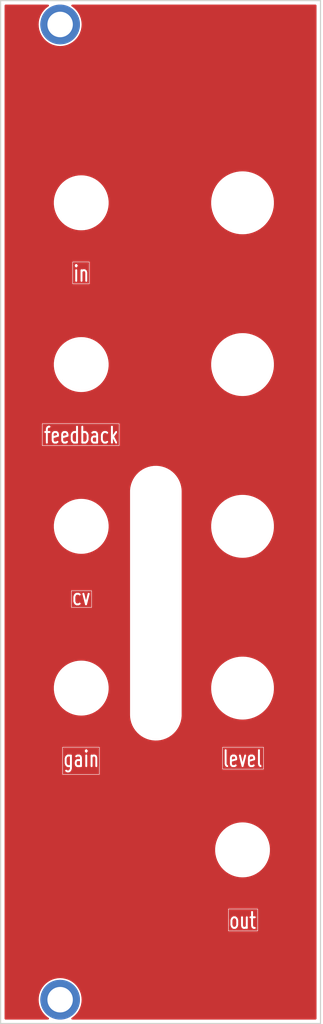
<source format=kicad_pcb>
(kicad_pcb (version 20221018) (generator pcbnew)
  (title_block (title "welle") (date "2023-06-20") (rev "R01") (comment 1 "PCB for panel") (comment 2 "Wavefolder designed by Jürgen Haible and Yves Usson") (comment 4 "License CC BY 4.0 - Attribution 4.0 International"))
  (layers (0 "F.Cu" signal) (31 "B.Cu" signal) (34 "B.Paste" user) (35 "F.Paste" user) (36 "B.SilkS" user "B.Silkscreen") (37 "F.SilkS" user "F.Silkscreen") (38 "B.Mask" user) (39 "F.Mask" user) (44 "Edge.Cuts" user))
  (net 0 "")
  (footprint "elektrophon:panel_potentiometer" (layer "F.Cu") (at 81.28 96.52)
    (fp_text reference "H7" hide)
    (fp_text value "ATT_IN2" hide)
    (pad "" np_thru_hole circle (at 0 0) (size 7.4 7.4) (drill 7.4) (layers "*.Cu" "*.Mask"))
  )
  (footprint "elektrophon:panel_potentiometer" (layer "F.Cu") (at 81.28 137.16)
    (fp_text reference "H8" hide)
    (fp_text value "GAIN" hide)
    (pad "" np_thru_hole circle (at 0 0) (size 7.4 7.4) (drill 7.4) (layers "*.Cu" "*.Mask"))
  )
  (footprint "elektrophon:panel_jack" (layer "F.Cu") (at 60.96 96.52)
    (fp_text reference "H1" hide)
    (fp_text value "IN1" hide)
    (pad "" np_thru_hole circle (at 0 0) (size 6.4 6.4) (drill 6.4) (layers "*.Cu" "*.Mask"))
  )
  (footprint "elektrophon:panel_jack" (layer "F.Cu") (at 60.96 76.2)
    (fp_text reference "H2" hide)
    (fp_text value "IN2" hide)
    (pad "" np_thru_hole circle (at 0 0) (size 6.4 6.4) (drill 6.4) (layers "*.Cu" "*.Mask"))
  )
  (footprint "elektrophon:panel_jack" (layer "F.Cu") (at 60.96 116.84)
    (fp_text reference "H3" hide)
    (fp_text value "CV" hide)
    (pad "" np_thru_hole circle (at 0 0) (size 6.4 6.4) (drill 6.4) (layers "*.Cu" "*.Mask"))
  )
  (footprint "elektrophon:panel_jack" (layer "F.Cu") (at 81.28 157.48)
    (fp_text reference "H4" hide)
    (fp_text value "OUT" hide)
    (pad "" np_thru_hole circle (at 0 0) (size 6.4 6.4) (drill 6.4) (layers "*.Cu" "*.Mask"))
  )
  (footprint "elektrophon:panel_potentiometer" (layer "F.Cu") (at 81.28 76.2)
    (fp_text reference "H6" hide)
    (fp_text value "ATT_IN1" hide)
    (pad "" np_thru_hole circle (at 0 0) (size 7.4 7.4) (drill 7.4) (layers "*.Cu" "*.Mask"))
  )
  (footprint "elektrophon:panel_potentiometer" (layer "F.Cu") (at 81.28 116.84)
    (fp_text reference "H9" hide)
    (fp_text value "ATT_CV" hide)
    (pad "" np_thru_hole circle (at 0 0) (size 7.4 7.4) (drill 7.4) (layers "*.Cu" "*.Mask"))
  )
  (footprint "elektrophon:1J24B_mounting_hole" (layer "F.Cu") (at 70.358 126.492)
    (fp_text reference "H11" hide)
    (fp_text value "WINDOW" hide)
    (pad "" np_thru_hole oval (at 0 0 90) (size 34 6) (drill oval 34 6) (layers "F&B.Cu" "*.Mask"))
  )
  (footprint "elektrophon:MountingHole_Panel_3.2mm_M3" (layer "F.Cu") (at 58.3 53.8)
    (fp_text reference "H12" hide)
    (fp_text value "~" hide)
    (pad "1" thru_hole circle (at 0 0) (size 3.6 3.6) (drill 3.2) (layers "*.Cu" "*.Mask"))
    (pad "1" connect circle (at 0 0) (size 5 5) (layers "F.Cu" "F.Mask"))
    (pad "1" connect circle (at 0 0) (size 5 5) (layers "B.Cu" "B.Mask"))
  )
  (footprint "elektrophon:panel_switch" (layer "F.Cu") (at 60.96 137.16)
    (fp_text reference "H10" hide)
    (fp_text value "CLEAN" hide)
    (pad "" np_thru_hole circle (at 0 0) (size 6.4 6.4) (drill 6.4) (layers "F&B.Cu" "*.Mask"))
  )
  (footprint "elektrophon:MountingHole_Panel_3.2mm_M3" (layer "F.Cu") (at 58.3 176.3)
    (fp_text reference "H13" hide)
    (fp_text value "~" hide)
    (pad "1" thru_hole circle (at 0 0) (size 3.6 3.6) (drill 3.2) (layers "*.Cu" "*.Mask"))
    (pad "1" connect circle (at 0 0) (size 5 5) (layers "F.Cu" "F.Mask"))
    (pad "1" connect circle (at 0 0) (size 5 5) (layers "B.Cu" "B.Mask"))
  )
  (gr_line (start 50.8 50.8) (end 50.8 179.3) (stroke (width 0.15)) (layer "Edge.Cuts"))
  (gr_line (start 91.1 179.3) (end 50.8 179.3) (stroke (width 0.15)) (layer "Edge.Cuts"))
  (gr_line (start 91.1 50.8) (end 91.1 179.3) (stroke (width 0.15)) (layer "Edge.Cuts"))
  (gr_line (start 50.8 50.8) (end 91.1 50.8) (stroke (width 0.15)) (layer "Edge.Cuts"))
  (gr_text "gain" (at 60.96 146.05) (layer "F.Cu" knockout) (effects (font (size 2 1.4) (thickness 0.25))))
  (gr_text "level" (at 81.28 146.05) (layer "F.Cu" knockout) (effects (font (size 2 1.4) (thickness 0.25))))
  (gr_text "cv" (at 60.96 125.73) (layer "F.Cu" knockout) (effects (font (size 2 1.4) (thickness 0.25))))
  (gr_text "feedback" (at 60.96 105.41) (layer "F.Cu" knockout) (effects (font (size 2 1.4) (thickness 0.25))))
  (gr_text "in" (at 60.96 85.09) (layer "F.Cu" knockout) (effects (font (size 2 1.4) (thickness 0.25))))
  (gr_text "out" (at 81.28 166.37) (layer "F.Cu" knockout) (effects (font (size 2 1.4) (thickness 0.25))))
  (zone (net 0) (net_name "") (layer "F.Cu") (connect_pads (clearance 0)) (min_thickness 0.25) (fill yes (thermal_gap 0.5) (thermal_bridge_width 0.5) (island_removal_mode 1) (island_area_min 10))
    (polygon (pts (xy 50.8 50.8) (xy 91.44 50.8) (xy 91.44 179.07) (xy 50.8 179.07)))
  )
)
</source>
